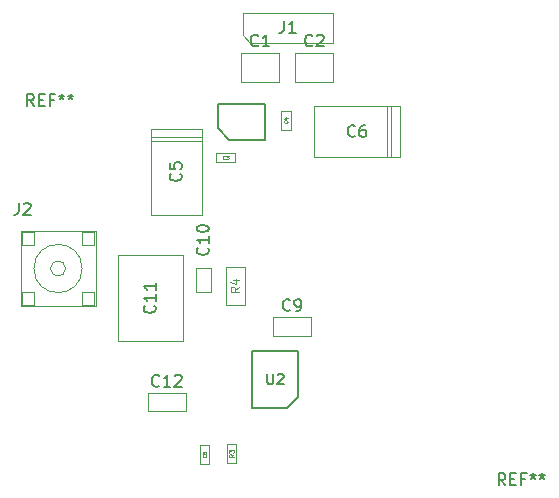
<source format=gbr>
G04 #@! TF.FileFunction,Other,Fab,Top*
%FSLAX46Y46*%
G04 Gerber Fmt 4.6, Leading zero omitted, Abs format (unit mm)*
G04 Created by KiCad (PCBNEW 4.0.6) date 12/17/18 09:49:15*
%MOMM*%
%LPD*%
G01*
G04 APERTURE LIST*
%ADD10C,0.100000*%
%ADD11C,0.150000*%
%ADD12C,0.075000*%
%ADD13C,0.105000*%
%ADD14C,0.135000*%
G04 APERTURE END LIST*
D10*
X130450000Y-69450000D02*
X130450000Y-67850000D01*
X133650000Y-69450000D02*
X130450000Y-69450000D01*
X133650000Y-67850000D02*
X133650000Y-69450000D01*
X130450000Y-67850000D02*
X133650000Y-67850000D01*
X119850000Y-75850000D02*
X119850000Y-74250000D01*
X123050000Y-75850000D02*
X119850000Y-75850000D01*
X123050000Y-74250000D02*
X123050000Y-75850000D01*
X119850000Y-74250000D02*
X123050000Y-74250000D01*
D11*
X126750000Y-52850000D02*
X125750000Y-51850000D01*
X129750000Y-52850000D02*
X126750000Y-52850000D01*
X129750000Y-49850000D02*
X129750000Y-52850000D01*
X125750000Y-49850000D02*
X129750000Y-49850000D01*
X125750000Y-51850000D02*
X125750000Y-49850000D01*
D10*
X127750000Y-48000000D02*
X127750000Y-45500000D01*
X130950000Y-48000000D02*
X127750000Y-48000000D01*
X130950000Y-45500000D02*
X130950000Y-48000000D01*
X127750000Y-45500000D02*
X130950000Y-45500000D01*
X132350000Y-48000000D02*
X132350000Y-45500000D01*
X135550000Y-48000000D02*
X132350000Y-48000000D01*
X135550000Y-45500000D02*
X135550000Y-48000000D01*
X132350000Y-45500000D02*
X135550000Y-45500000D01*
X125650000Y-53950000D02*
X127250000Y-53950000D01*
X127250000Y-53950000D02*
X127250000Y-54750000D01*
X127250000Y-54750000D02*
X125650000Y-54750000D01*
X125650000Y-54750000D02*
X125650000Y-53950000D01*
X131950000Y-50400000D02*
X131950000Y-52000000D01*
X131950000Y-52000000D02*
X131150000Y-52000000D01*
X131150000Y-52000000D02*
X131150000Y-50400000D01*
X131150000Y-50400000D02*
X131950000Y-50400000D01*
X125050000Y-78700000D02*
X125050000Y-80300000D01*
X125050000Y-80300000D02*
X124250000Y-80300000D01*
X124250000Y-80300000D02*
X124250000Y-78700000D01*
X124250000Y-78700000D02*
X125050000Y-78700000D01*
X114280000Y-60700000D02*
X115300000Y-60700000D01*
X115420000Y-60580000D02*
X115420000Y-66920000D01*
X109080000Y-66920000D02*
X115420000Y-66920000D01*
X109080000Y-60580000D02*
X109080000Y-66920000D01*
X109080000Y-60580000D02*
X115420000Y-60580000D01*
X110220000Y-60700000D02*
X110220000Y-61720000D01*
X109200000Y-61720000D02*
X110220000Y-61720000D01*
X110220000Y-65780000D02*
X110220000Y-66800000D01*
X109200000Y-65780000D02*
X110220000Y-65780000D01*
X114280000Y-60700000D02*
X114280000Y-61720000D01*
X114280000Y-61720000D02*
X115300000Y-61720000D01*
X115300000Y-65780000D02*
X114280000Y-65780000D01*
X114280000Y-65780000D02*
X114280000Y-66800000D01*
X114290000Y-63750000D02*
G75*
G03X114290000Y-63750000I-2040000J0D01*
G01*
X112885000Y-63750000D02*
G75*
G03X112885000Y-63750000I-635000J0D01*
G01*
X115300000Y-60700000D02*
X115300000Y-61720000D01*
X109200000Y-60700000D02*
X109200000Y-61720000D01*
X109200000Y-60700000D02*
X110220000Y-60700000D01*
X109200000Y-66800000D02*
X110220000Y-66800000D01*
X109200000Y-66800000D02*
X109200000Y-65780000D01*
X115300000Y-65780000D02*
X115300000Y-66800000D01*
X114280000Y-66800000D02*
X115300000Y-66800000D01*
X126550000Y-78600000D02*
X127350000Y-78600000D01*
X126550000Y-80200000D02*
X126550000Y-78600000D01*
X127350000Y-80200000D02*
X126550000Y-80200000D01*
X127350000Y-78600000D02*
X127350000Y-80200000D01*
X127900000Y-43985000D02*
X127900000Y-42080000D01*
X127900000Y-42080000D02*
X135520000Y-42080000D01*
X135520000Y-42080000D02*
X135520000Y-44620000D01*
X135520000Y-44620000D02*
X128535000Y-44620000D01*
X128535000Y-44620000D02*
X127900000Y-43985000D01*
X126450000Y-63600000D02*
X128050000Y-63600000D01*
X126450000Y-66800000D02*
X126450000Y-63600000D01*
X128050000Y-66800000D02*
X126450000Y-66800000D01*
X128050000Y-63600000D02*
X128050000Y-66800000D01*
X124400000Y-51900000D02*
X120100000Y-51900000D01*
X120100000Y-51900000D02*
X120100000Y-59200000D01*
X120100000Y-59200000D02*
X124400000Y-59200000D01*
X124400000Y-59200000D02*
X124400000Y-51900000D01*
X124400000Y-52630000D02*
X120100000Y-52630000D01*
X124400000Y-52995000D02*
X120100000Y-52995000D01*
X141200000Y-54300000D02*
X141200000Y-50000000D01*
X141200000Y-50000000D02*
X133900000Y-50000000D01*
X133900000Y-50000000D02*
X133900000Y-54300000D01*
X133900000Y-54300000D02*
X141200000Y-54300000D01*
X140470000Y-54300000D02*
X140470000Y-50000000D01*
X140105000Y-54300000D02*
X140105000Y-50000000D01*
X123930000Y-63750000D02*
X125170000Y-63750000D01*
X123930000Y-65750000D02*
X123930000Y-63750000D01*
X125170000Y-65750000D02*
X123930000Y-65750000D01*
X125170000Y-63750000D02*
X125170000Y-65750000D01*
X122800000Y-62650000D02*
X117300000Y-62650000D01*
X117300000Y-62650000D02*
X117300000Y-69850000D01*
X117300000Y-69850000D02*
X122800000Y-69850000D01*
X122800000Y-69850000D02*
X122800000Y-62650000D01*
D11*
X131600000Y-75600000D02*
X128700000Y-75600000D01*
X128700000Y-75600000D02*
X128700000Y-70700000D01*
X128700000Y-70700000D02*
X132600000Y-70700000D01*
X132600000Y-70700000D02*
X132600000Y-74600000D01*
X132600000Y-74600000D02*
X131600000Y-75600000D01*
X131883334Y-67257143D02*
X131835715Y-67304762D01*
X131692858Y-67352381D01*
X131597620Y-67352381D01*
X131454762Y-67304762D01*
X131359524Y-67209524D01*
X131311905Y-67114286D01*
X131264286Y-66923810D01*
X131264286Y-66780952D01*
X131311905Y-66590476D01*
X131359524Y-66495238D01*
X131454762Y-66400000D01*
X131597620Y-66352381D01*
X131692858Y-66352381D01*
X131835715Y-66400000D01*
X131883334Y-66447619D01*
X132359524Y-67352381D02*
X132550000Y-67352381D01*
X132645239Y-67304762D01*
X132692858Y-67257143D01*
X132788096Y-67114286D01*
X132835715Y-66923810D01*
X132835715Y-66542857D01*
X132788096Y-66447619D01*
X132740477Y-66400000D01*
X132645239Y-66352381D01*
X132454762Y-66352381D01*
X132359524Y-66400000D01*
X132311905Y-66447619D01*
X132264286Y-66542857D01*
X132264286Y-66780952D01*
X132311905Y-66876190D01*
X132359524Y-66923810D01*
X132454762Y-66971429D01*
X132645239Y-66971429D01*
X132740477Y-66923810D01*
X132788096Y-66876190D01*
X132835715Y-66780952D01*
X120807143Y-73657143D02*
X120759524Y-73704762D01*
X120616667Y-73752381D01*
X120521429Y-73752381D01*
X120378571Y-73704762D01*
X120283333Y-73609524D01*
X120235714Y-73514286D01*
X120188095Y-73323810D01*
X120188095Y-73180952D01*
X120235714Y-72990476D01*
X120283333Y-72895238D01*
X120378571Y-72800000D01*
X120521429Y-72752381D01*
X120616667Y-72752381D01*
X120759524Y-72800000D01*
X120807143Y-72847619D01*
X121759524Y-73752381D02*
X121188095Y-73752381D01*
X121473809Y-73752381D02*
X121473809Y-72752381D01*
X121378571Y-72895238D01*
X121283333Y-72990476D01*
X121188095Y-73038095D01*
X122140476Y-72847619D02*
X122188095Y-72800000D01*
X122283333Y-72752381D01*
X122521429Y-72752381D01*
X122616667Y-72800000D01*
X122664286Y-72847619D01*
X122711905Y-72942857D01*
X122711905Y-73038095D01*
X122664286Y-73180952D01*
X122092857Y-73752381D01*
X122711905Y-73752381D01*
X129183334Y-44857143D02*
X129135715Y-44904762D01*
X128992858Y-44952381D01*
X128897620Y-44952381D01*
X128754762Y-44904762D01*
X128659524Y-44809524D01*
X128611905Y-44714286D01*
X128564286Y-44523810D01*
X128564286Y-44380952D01*
X128611905Y-44190476D01*
X128659524Y-44095238D01*
X128754762Y-44000000D01*
X128897620Y-43952381D01*
X128992858Y-43952381D01*
X129135715Y-44000000D01*
X129183334Y-44047619D01*
X130135715Y-44952381D02*
X129564286Y-44952381D01*
X129850000Y-44952381D02*
X129850000Y-43952381D01*
X129754762Y-44095238D01*
X129659524Y-44190476D01*
X129564286Y-44238095D01*
X133783334Y-44857143D02*
X133735715Y-44904762D01*
X133592858Y-44952381D01*
X133497620Y-44952381D01*
X133354762Y-44904762D01*
X133259524Y-44809524D01*
X133211905Y-44714286D01*
X133164286Y-44523810D01*
X133164286Y-44380952D01*
X133211905Y-44190476D01*
X133259524Y-44095238D01*
X133354762Y-44000000D01*
X133497620Y-43952381D01*
X133592858Y-43952381D01*
X133735715Y-44000000D01*
X133783334Y-44047619D01*
X134164286Y-44047619D02*
X134211905Y-44000000D01*
X134307143Y-43952381D01*
X134545239Y-43952381D01*
X134640477Y-44000000D01*
X134688096Y-44047619D01*
X134735715Y-44142857D01*
X134735715Y-44238095D01*
X134688096Y-44380952D01*
X134116667Y-44952381D01*
X134735715Y-44952381D01*
D12*
X126400000Y-54457143D02*
X126385714Y-54471429D01*
X126342857Y-54485714D01*
X126314286Y-54485714D01*
X126271429Y-54471429D01*
X126242857Y-54442857D01*
X126228572Y-54414286D01*
X126214286Y-54357143D01*
X126214286Y-54314286D01*
X126228572Y-54257143D01*
X126242857Y-54228571D01*
X126271429Y-54200000D01*
X126314286Y-54185714D01*
X126342857Y-54185714D01*
X126385714Y-54200000D01*
X126400000Y-54214286D01*
X126500000Y-54185714D02*
X126685714Y-54185714D01*
X126585714Y-54300000D01*
X126628572Y-54300000D01*
X126657143Y-54314286D01*
X126671429Y-54328571D01*
X126685714Y-54357143D01*
X126685714Y-54428571D01*
X126671429Y-54457143D01*
X126657143Y-54471429D01*
X126628572Y-54485714D01*
X126542857Y-54485714D01*
X126514286Y-54471429D01*
X126500000Y-54457143D01*
X131657143Y-51250000D02*
X131671429Y-51264286D01*
X131685714Y-51307143D01*
X131685714Y-51335714D01*
X131671429Y-51378571D01*
X131642857Y-51407143D01*
X131614286Y-51421428D01*
X131557143Y-51435714D01*
X131514286Y-51435714D01*
X131457143Y-51421428D01*
X131428571Y-51407143D01*
X131400000Y-51378571D01*
X131385714Y-51335714D01*
X131385714Y-51307143D01*
X131400000Y-51264286D01*
X131414286Y-51250000D01*
X131485714Y-50992857D02*
X131685714Y-50992857D01*
X131371429Y-51064286D02*
X131585714Y-51135714D01*
X131585714Y-50950000D01*
X124757143Y-79550000D02*
X124771429Y-79564286D01*
X124785714Y-79607143D01*
X124785714Y-79635714D01*
X124771429Y-79678571D01*
X124742857Y-79707143D01*
X124714286Y-79721428D01*
X124657143Y-79735714D01*
X124614286Y-79735714D01*
X124557143Y-79721428D01*
X124528571Y-79707143D01*
X124500000Y-79678571D01*
X124485714Y-79635714D01*
X124485714Y-79607143D01*
X124500000Y-79564286D01*
X124514286Y-79550000D01*
X124614286Y-79378571D02*
X124600000Y-79407143D01*
X124585714Y-79421428D01*
X124557143Y-79435714D01*
X124542857Y-79435714D01*
X124514286Y-79421428D01*
X124500000Y-79407143D01*
X124485714Y-79378571D01*
X124485714Y-79321428D01*
X124500000Y-79292857D01*
X124514286Y-79278571D01*
X124542857Y-79264286D01*
X124557143Y-79264286D01*
X124585714Y-79278571D01*
X124600000Y-79292857D01*
X124614286Y-79321428D01*
X124614286Y-79378571D01*
X124628571Y-79407143D01*
X124642857Y-79421428D01*
X124671429Y-79435714D01*
X124728571Y-79435714D01*
X124757143Y-79421428D01*
X124771429Y-79407143D01*
X124785714Y-79378571D01*
X124785714Y-79321428D01*
X124771429Y-79292857D01*
X124757143Y-79278571D01*
X124728571Y-79264286D01*
X124671429Y-79264286D01*
X124642857Y-79278571D01*
X124628571Y-79292857D01*
X124614286Y-79321428D01*
D11*
X108916667Y-58202381D02*
X108916667Y-58916667D01*
X108869047Y-59059524D01*
X108773809Y-59154762D01*
X108630952Y-59202381D01*
X108535714Y-59202381D01*
X109345238Y-58297619D02*
X109392857Y-58250000D01*
X109488095Y-58202381D01*
X109726191Y-58202381D01*
X109821429Y-58250000D01*
X109869048Y-58297619D01*
X109916667Y-58392857D01*
X109916667Y-58488095D01*
X109869048Y-58630952D01*
X109297619Y-59202381D01*
X109916667Y-59202381D01*
D12*
X127130952Y-79466666D02*
X126940476Y-79600000D01*
X127130952Y-79695238D02*
X126730952Y-79695238D01*
X126730952Y-79542857D01*
X126750000Y-79504762D01*
X126769048Y-79485714D01*
X126807143Y-79466666D01*
X126864286Y-79466666D01*
X126902381Y-79485714D01*
X126921429Y-79504762D01*
X126940476Y-79542857D01*
X126940476Y-79695238D01*
X126730952Y-79333333D02*
X126730952Y-79085714D01*
X126883333Y-79219047D01*
X126883333Y-79161905D01*
X126902381Y-79123809D01*
X126921429Y-79104762D01*
X126959524Y-79085714D01*
X127054762Y-79085714D01*
X127092857Y-79104762D01*
X127111905Y-79123809D01*
X127130952Y-79161905D01*
X127130952Y-79276190D01*
X127111905Y-79314286D01*
X127092857Y-79333333D01*
D11*
X131376667Y-42802381D02*
X131376667Y-43516667D01*
X131329047Y-43659524D01*
X131233809Y-43754762D01*
X131090952Y-43802381D01*
X130995714Y-43802381D01*
X132376667Y-43802381D02*
X131805238Y-43802381D01*
X132090952Y-43802381D02*
X132090952Y-42802381D01*
X131995714Y-42945238D01*
X131900476Y-43040476D01*
X131805238Y-43088095D01*
D13*
X127566667Y-65316666D02*
X127233333Y-65550000D01*
X127566667Y-65716666D02*
X126866667Y-65716666D01*
X126866667Y-65450000D01*
X126900000Y-65383333D01*
X126933333Y-65350000D01*
X127000000Y-65316666D01*
X127100000Y-65316666D01*
X127166667Y-65350000D01*
X127200000Y-65383333D01*
X127233333Y-65450000D01*
X127233333Y-65716666D01*
X127100000Y-64716666D02*
X127566667Y-64716666D01*
X126833333Y-64883333D02*
X127333333Y-65050000D01*
X127333333Y-64616666D01*
D11*
X122607143Y-55716666D02*
X122654762Y-55764285D01*
X122702381Y-55907142D01*
X122702381Y-56002380D01*
X122654762Y-56145238D01*
X122559524Y-56240476D01*
X122464286Y-56288095D01*
X122273810Y-56335714D01*
X122130952Y-56335714D01*
X121940476Y-56288095D01*
X121845238Y-56240476D01*
X121750000Y-56145238D01*
X121702381Y-56002380D01*
X121702381Y-55907142D01*
X121750000Y-55764285D01*
X121797619Y-55716666D01*
X121702381Y-54811904D02*
X121702381Y-55288095D01*
X122178571Y-55335714D01*
X122130952Y-55288095D01*
X122083333Y-55192857D01*
X122083333Y-54954761D01*
X122130952Y-54859523D01*
X122178571Y-54811904D01*
X122273810Y-54764285D01*
X122511905Y-54764285D01*
X122607143Y-54811904D01*
X122654762Y-54859523D01*
X122702381Y-54954761D01*
X122702381Y-55192857D01*
X122654762Y-55288095D01*
X122607143Y-55335714D01*
X137383334Y-52507143D02*
X137335715Y-52554762D01*
X137192858Y-52602381D01*
X137097620Y-52602381D01*
X136954762Y-52554762D01*
X136859524Y-52459524D01*
X136811905Y-52364286D01*
X136764286Y-52173810D01*
X136764286Y-52030952D01*
X136811905Y-51840476D01*
X136859524Y-51745238D01*
X136954762Y-51650000D01*
X137097620Y-51602381D01*
X137192858Y-51602381D01*
X137335715Y-51650000D01*
X137383334Y-51697619D01*
X138240477Y-51602381D02*
X138050000Y-51602381D01*
X137954762Y-51650000D01*
X137907143Y-51697619D01*
X137811905Y-51840476D01*
X137764286Y-52030952D01*
X137764286Y-52411905D01*
X137811905Y-52507143D01*
X137859524Y-52554762D01*
X137954762Y-52602381D01*
X138145239Y-52602381D01*
X138240477Y-52554762D01*
X138288096Y-52507143D01*
X138335715Y-52411905D01*
X138335715Y-52173810D01*
X138288096Y-52078571D01*
X138240477Y-52030952D01*
X138145239Y-51983333D01*
X137954762Y-51983333D01*
X137859524Y-52030952D01*
X137811905Y-52078571D01*
X137764286Y-52173810D01*
X124907143Y-61992857D02*
X124954762Y-62040476D01*
X125002381Y-62183333D01*
X125002381Y-62278571D01*
X124954762Y-62421429D01*
X124859524Y-62516667D01*
X124764286Y-62564286D01*
X124573810Y-62611905D01*
X124430952Y-62611905D01*
X124240476Y-62564286D01*
X124145238Y-62516667D01*
X124050000Y-62421429D01*
X124002381Y-62278571D01*
X124002381Y-62183333D01*
X124050000Y-62040476D01*
X124097619Y-61992857D01*
X125002381Y-61040476D02*
X125002381Y-61611905D01*
X125002381Y-61326191D02*
X124002381Y-61326191D01*
X124145238Y-61421429D01*
X124240476Y-61516667D01*
X124288095Y-61611905D01*
X124002381Y-60421429D02*
X124002381Y-60326190D01*
X124050000Y-60230952D01*
X124097619Y-60183333D01*
X124192857Y-60135714D01*
X124383333Y-60088095D01*
X124621429Y-60088095D01*
X124811905Y-60135714D01*
X124907143Y-60183333D01*
X124954762Y-60230952D01*
X125002381Y-60326190D01*
X125002381Y-60421429D01*
X124954762Y-60516667D01*
X124907143Y-60564286D01*
X124811905Y-60611905D01*
X124621429Y-60659524D01*
X124383333Y-60659524D01*
X124192857Y-60611905D01*
X124097619Y-60564286D01*
X124050000Y-60516667D01*
X124002381Y-60421429D01*
X120407143Y-66892857D02*
X120454762Y-66940476D01*
X120502381Y-67083333D01*
X120502381Y-67178571D01*
X120454762Y-67321429D01*
X120359524Y-67416667D01*
X120264286Y-67464286D01*
X120073810Y-67511905D01*
X119930952Y-67511905D01*
X119740476Y-67464286D01*
X119645238Y-67416667D01*
X119550000Y-67321429D01*
X119502381Y-67178571D01*
X119502381Y-67083333D01*
X119550000Y-66940476D01*
X119597619Y-66892857D01*
X120502381Y-65940476D02*
X120502381Y-66511905D01*
X120502381Y-66226191D02*
X119502381Y-66226191D01*
X119645238Y-66321429D01*
X119740476Y-66416667D01*
X119788095Y-66511905D01*
X120502381Y-64988095D02*
X120502381Y-65559524D01*
X120502381Y-65273810D02*
X119502381Y-65273810D01*
X119645238Y-65369048D01*
X119740476Y-65464286D01*
X119788095Y-65559524D01*
D14*
X129964286Y-72657143D02*
X129964286Y-73385714D01*
X130007143Y-73471429D01*
X130050000Y-73514286D01*
X130135714Y-73557143D01*
X130307143Y-73557143D01*
X130392857Y-73514286D01*
X130435714Y-73471429D01*
X130478571Y-73385714D01*
X130478571Y-72657143D01*
X130864286Y-72742857D02*
X130907143Y-72700000D01*
X130992857Y-72657143D01*
X131207143Y-72657143D01*
X131292857Y-72700000D01*
X131335714Y-72742857D01*
X131378571Y-72828571D01*
X131378571Y-72914286D01*
X131335714Y-73042857D01*
X130821428Y-73557143D01*
X131378571Y-73557143D01*
D11*
X150116667Y-82102381D02*
X149783333Y-81626190D01*
X149545238Y-82102381D02*
X149545238Y-81102381D01*
X149926191Y-81102381D01*
X150021429Y-81150000D01*
X150069048Y-81197619D01*
X150116667Y-81292857D01*
X150116667Y-81435714D01*
X150069048Y-81530952D01*
X150021429Y-81578571D01*
X149926191Y-81626190D01*
X149545238Y-81626190D01*
X150545238Y-81578571D02*
X150878572Y-81578571D01*
X151021429Y-82102381D02*
X150545238Y-82102381D01*
X150545238Y-81102381D01*
X151021429Y-81102381D01*
X151783334Y-81578571D02*
X151450000Y-81578571D01*
X151450000Y-82102381D02*
X151450000Y-81102381D01*
X151926191Y-81102381D01*
X152450000Y-81102381D02*
X152450000Y-81340476D01*
X152211905Y-81245238D02*
X152450000Y-81340476D01*
X152688096Y-81245238D01*
X152307143Y-81530952D02*
X152450000Y-81340476D01*
X152592858Y-81530952D01*
X153211905Y-81102381D02*
X153211905Y-81340476D01*
X152973810Y-81245238D02*
X153211905Y-81340476D01*
X153450001Y-81245238D01*
X153069048Y-81530952D02*
X153211905Y-81340476D01*
X153354763Y-81530952D01*
X110216667Y-50002381D02*
X109883333Y-49526190D01*
X109645238Y-50002381D02*
X109645238Y-49002381D01*
X110026191Y-49002381D01*
X110121429Y-49050000D01*
X110169048Y-49097619D01*
X110216667Y-49192857D01*
X110216667Y-49335714D01*
X110169048Y-49430952D01*
X110121429Y-49478571D01*
X110026191Y-49526190D01*
X109645238Y-49526190D01*
X110645238Y-49478571D02*
X110978572Y-49478571D01*
X111121429Y-50002381D02*
X110645238Y-50002381D01*
X110645238Y-49002381D01*
X111121429Y-49002381D01*
X111883334Y-49478571D02*
X111550000Y-49478571D01*
X111550000Y-50002381D02*
X111550000Y-49002381D01*
X112026191Y-49002381D01*
X112550000Y-49002381D02*
X112550000Y-49240476D01*
X112311905Y-49145238D02*
X112550000Y-49240476D01*
X112788096Y-49145238D01*
X112407143Y-49430952D02*
X112550000Y-49240476D01*
X112692858Y-49430952D01*
X113311905Y-49002381D02*
X113311905Y-49240476D01*
X113073810Y-49145238D02*
X113311905Y-49240476D01*
X113550001Y-49145238D01*
X113169048Y-49430952D02*
X113311905Y-49240476D01*
X113454763Y-49430952D01*
M02*

</source>
